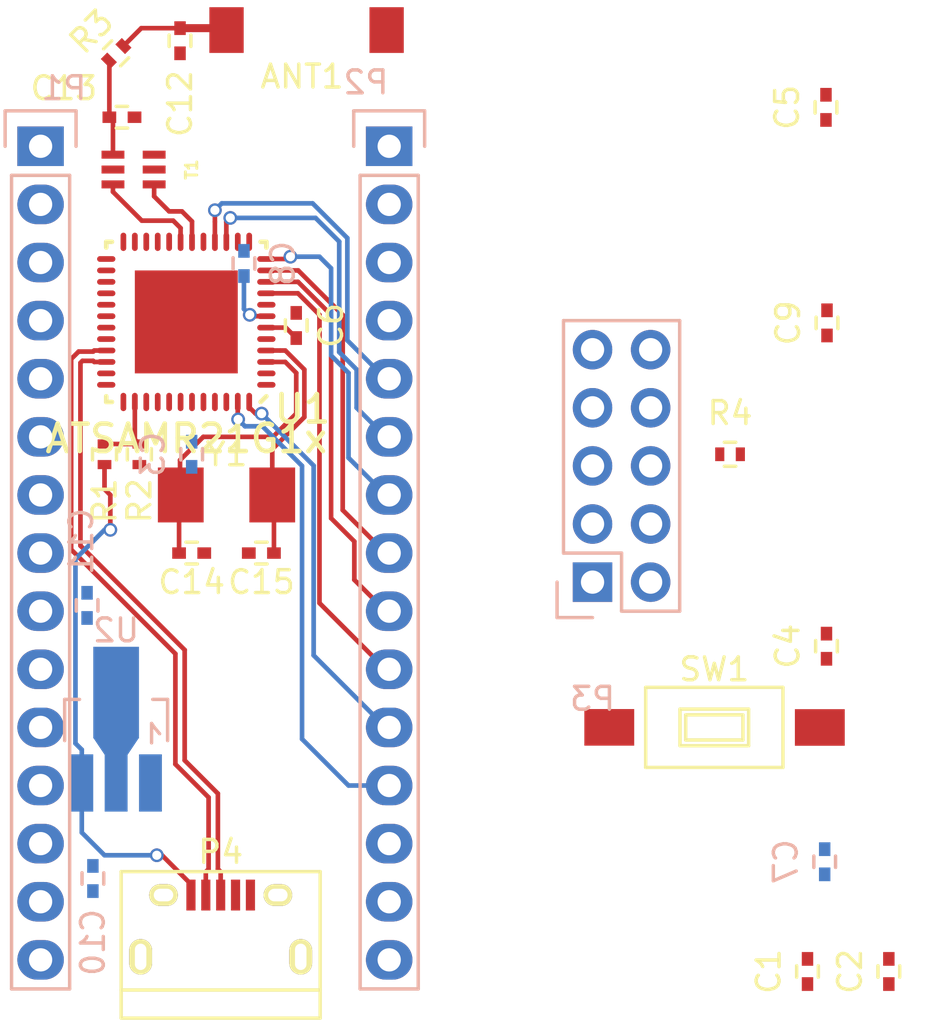
<source format=kicad_pcb>
(kicad_pcb (version 4) (host pcbnew "(2015-06-25 BZR 5822)-product")

  (general
    (links 88)
    (no_connects 62)
    (area 102.984695 75.1226 151.382353 122.337401)
    (thickness 1.6)
    (drawings 0)
    (tracks 158)
    (zones 0)
    (modules 29)
    (nets 60)
  )

  (page A4)
  (layers
    (0 F.Cu mixed)
    (1 In1.Cu power)
    (2 In2.Cu mixed)
    (31 B.Cu mixed)
    (33 F.Adhes user)
    (35 F.Paste user)
    (37 F.SilkS user)
    (39 F.Mask user)
    (40 Dwgs.User user)
    (41 Cmts.User user)
    (42 Eco1.User user)
    (43 Eco2.User user)
    (44 Edge.Cuts user)
    (45 Margin user)
    (47 F.CrtYd user)
    (49 F.Fab user)
  )

  (setup
    (last_trace_width 0.203)
    (trace_clearance 0.1524)
    (zone_clearance 0.203)
    (zone_45_only no)
    (trace_min 0.2)
    (segment_width 0.2)
    (edge_width 0.1)
    (via_size 0.6)
    (via_drill 0.4)
    (via_min_size 0.4)
    (via_min_drill 0.3)
    (uvia_size 0.3)
    (uvia_drill 0.1)
    (uvias_allowed no)
    (uvia_min_size 0.2)
    (uvia_min_drill 0.1)
    (pcb_text_width 0.3)
    (pcb_text_size 1.5 1.5)
    (mod_edge_width 0.15)
    (mod_text_size 1 1)
    (mod_text_width 0.15)
    (pad_size 1.5 1.5)
    (pad_drill 0.6)
    (pad_to_mask_clearance 0)
    (aux_axis_origin 0 0)
    (visible_elements FFFEFFFF)
    (pcbplotparams
      (layerselection 0x00030_80000001)
      (usegerberextensions false)
      (excludeedgelayer true)
      (linewidth 0.100000)
      (plotframeref false)
      (viasonmask false)
      (mode 1)
      (useauxorigin false)
      (hpglpennumber 1)
      (hpglpenspeed 20)
      (hpglpendiameter 15)
      (hpglpenoverlay 2)
      (psnegative false)
      (psa4output false)
      (plotreference true)
      (plotvalue true)
      (plotinvisibletext false)
      (padsonsilk false)
      (subtractmaskfromsilk false)
      (outputformat 1)
      (mirror false)
      (drillshape 1)
      (scaleselection 1)
      (outputdirectory ""))
  )

  (net 0 "")
  (net 1 VDD)
  (net 2 GND)
  (net 3 VAA)
  (net 4 GNDA)
  (net 5 /MainProcessor/RST)
  (net 6 VCC)
  (net 7 /MainProcessor/SWDIO)
  (net 8 /MainProcessor/SWCLK)
  (net 9 /MainProcessor/PA23)
  (net 10 /Sheet557215E3/D+)
  (net 11 /Sheet557215E3/D-)
  (net 12 /MainProcessor/BD+)
  (net 13 /MainProcessor/BD-)
  (net 14 /MainProcessor/PA22)
  (net 15 GNDREF)
  (net 16 /MainProcessor/PB3)
  (net 17 /MainProcessor/PB2)
  (net 18 /MainProcessor/PA9)
  (net 19 /MainProcessor/PA8)
  (net 20 /MainProcessor/PA7)
  (net 21 /MainProcessor/PA6)
  (net 22 /MainProcessor/PA5)
  (net 23 /MainProcessor/PA4)
  (net 24 "Net-(C13-Pad1)")
  (net 25 "Net-(ANT1-Pad1)")
  (net 26 "Net-(C14-Pad1)")
  (net 27 "Net-(C15-Pad1)")
  (net 28 /TX1)
  (net 29 /RX0)
  (net 30 /D2)
  (net 31 /D3)
  (net 32 /D4)
  (net 33 /D5)
  (net 34 /D6)
  (net 35 /D7)
  (net 36 /D8)
  (net 37 /D9)
  (net 38 /D10)
  (net 39 /D11)
  (net 40 /D12)
  (net 41 /VIN)
  (net 42 /5V)
  (net 43 /REF)
  (net 44 /D13)
  (net 45 "Net-(P3-Pad6)")
  (net 46 "Net-(P3-Pad7)")
  (net 47 "Net-(P3-Pad8)")
  (net 48 /MainProcessor/PA0)
  (net 49 /MainProcessor/PA1)
  (net 50 /MainProcessor/PA12)
  (net 51 /MainProcessor/PA13)
  (net 52 /MainProcessor/PA14)
  (net 53 /MainProcessor/PA15)
  (net 54 /MainProcessor/PA16)
  (net 55 /MainProcessor/PA17)
  (net 56 /MainProcessor/PA18)
  (net 57 /MainProcessor/PA19)
  (net 58 /MainProcessor/PA27)
  (net 59 /MainProcessor/PA28)

  (net_class Default "This is the default net class."
    (clearance 0.1524)
    (trace_width 0.203)
    (via_dia 0.6)
    (via_drill 0.4)
    (uvia_dia 0.3)
    (uvia_drill 0.1)
    (add_net /5V)
    (add_net /D10)
    (add_net /D11)
    (add_net /D12)
    (add_net /D13)
    (add_net /D2)
    (add_net /D3)
    (add_net /D4)
    (add_net /D5)
    (add_net /D6)
    (add_net /D7)
    (add_net /D8)
    (add_net /D9)
    (add_net /MainProcessor/BD+)
    (add_net /MainProcessor/BD-)
    (add_net /MainProcessor/PA0)
    (add_net /MainProcessor/PA1)
    (add_net /MainProcessor/PA12)
    (add_net /MainProcessor/PA13)
    (add_net /MainProcessor/PA14)
    (add_net /MainProcessor/PA15)
    (add_net /MainProcessor/PA16)
    (add_net /MainProcessor/PA17)
    (add_net /MainProcessor/PA18)
    (add_net /MainProcessor/PA19)
    (add_net /MainProcessor/PA22)
    (add_net /MainProcessor/PA23)
    (add_net /MainProcessor/PA27)
    (add_net /MainProcessor/PA28)
    (add_net /MainProcessor/PA4)
    (add_net /MainProcessor/PA5)
    (add_net /MainProcessor/PA6)
    (add_net /MainProcessor/PA7)
    (add_net /MainProcessor/PA8)
    (add_net /MainProcessor/PA9)
    (add_net /MainProcessor/PB2)
    (add_net /MainProcessor/PB3)
    (add_net /MainProcessor/RST)
    (add_net /MainProcessor/SWCLK)
    (add_net /MainProcessor/SWDIO)
    (add_net /REF)
    (add_net /RX0)
    (add_net /Sheet557215E3/D+)
    (add_net /Sheet557215E3/D-)
    (add_net /TX1)
    (add_net /VIN)
    (add_net GND)
    (add_net GNDA)
    (add_net GNDREF)
    (add_net "Net-(C13-Pad1)")
    (add_net "Net-(C14-Pad1)")
    (add_net "Net-(C15-Pad1)")
    (add_net "Net-(P3-Pad6)")
    (add_net "Net-(P3-Pad7)")
    (add_net "Net-(P3-Pad8)")
    (add_net VAA)
    (add_net VCC)
    (add_net VDD)
  )

  (net_class antenna ""
    (clearance 0.1524)
    (trace_width 0.35)
    (via_dia 0.6)
    (via_drill 0.4)
    (uvia_dia 0.3)
    (uvia_drill 0.1)
    (add_net "Net-(ANT1-Pad1)")
  )

  (module Pin_Headers:Pin_Header_Straight_1x15 locked (layer B.Cu) (tedit 5590288C) (tstamp 558A730E)
    (at 125.73 83.82 180)
    (descr "Through hole pin header")
    (tags "pin header")
    (path /557FE7ED)
    (fp_text reference P2 (at 1.016 2.794 180) (layer B.SilkS)
      (effects (font (size 1 1) (thickness 0.15)) (justify mirror))
    )
    (fp_text value Cn2 (at -2.54 2.54 180) (layer B.Fab)
      (effects (font (size 1 1) (thickness 0.15)) (justify mirror))
    )
    (fp_line (start -1.75 1.75) (end -1.75 -37.35) (layer B.CrtYd) (width 0.05))
    (fp_line (start 1.75 1.75) (end 1.75 -37.35) (layer B.CrtYd) (width 0.05))
    (fp_line (start -1.75 1.75) (end 1.75 1.75) (layer B.CrtYd) (width 0.05))
    (fp_line (start -1.75 -37.35) (end 1.75 -37.35) (layer B.CrtYd) (width 0.05))
    (fp_line (start -1.27 -1.27) (end -1.27 -36.83) (layer B.SilkS) (width 0.15))
    (fp_line (start -1.27 -36.83) (end 1.27 -36.83) (layer B.SilkS) (width 0.15))
    (fp_line (start 1.27 -36.83) (end 1.27 -1.27) (layer B.SilkS) (width 0.15))
    (fp_line (start 1.55 1.55) (end 1.55 0) (layer B.SilkS) (width 0.15))
    (fp_line (start 1.27 -1.27) (end -1.27 -1.27) (layer B.SilkS) (width 0.15))
    (fp_line (start -1.55 0) (end -1.55 1.55) (layer B.SilkS) (width 0.15))
    (fp_line (start -1.55 1.55) (end 1.55 1.55) (layer B.SilkS) (width 0.15))
    (pad 1 thru_hole rect (at 0 0 180) (size 2.032 1.7272) (drill 1.016) (layers *.Cu *.Mask)
      (net 41 /VIN))
    (pad 2 thru_hole oval (at 0 -2.54 180) (size 2.032 1.7272) (drill 1.016) (layers *.Cu *.Mask)
      (net 2 GND))
    (pad 3 thru_hole oval (at 0 -5.08 180) (size 2.032 1.7272) (drill 1.016) (layers *.Cu *.Mask)
      (net 5 /MainProcessor/RST))
    (pad 4 thru_hole oval (at 0 -7.62 180) (size 2.032 1.7272) (drill 1.016) (layers *.Cu *.Mask)
      (net 42 /5V))
    (pad 5 thru_hole oval (at 0 -10.16 180) (size 2.032 1.7272) (drill 1.016) (layers *.Cu *.Mask)
      (net 18 /MainProcessor/PA9))
    (pad 6 thru_hole oval (at 0 -12.7 180) (size 2.032 1.7272) (drill 1.016) (layers *.Cu *.Mask)
      (net 19 /MainProcessor/PA8))
    (pad 7 thru_hole oval (at 0 -15.24 180) (size 2.032 1.7272) (drill 1.016) (layers *.Cu *.Mask)
      (net 20 /MainProcessor/PA7))
    (pad 8 thru_hole oval (at 0 -17.78 180) (size 2.032 1.7272) (drill 1.016) (layers *.Cu *.Mask)
      (net 21 /MainProcessor/PA6))
    (pad 9 thru_hole oval (at 0 -20.32 180) (size 2.032 1.7272) (drill 1.016) (layers *.Cu *.Mask)
      (net 22 /MainProcessor/PA5))
    (pad 10 thru_hole oval (at 0 -22.86 180) (size 2.032 1.7272) (drill 1.016) (layers *.Cu *.Mask)
      (net 23 /MainProcessor/PA4))
    (pad 11 thru_hole oval (at 0 -25.4 180) (size 2.032 1.7272) (drill 1.016) (layers *.Cu *.Mask)
      (net 16 /MainProcessor/PB3))
    (pad 12 thru_hole oval (at 0 -27.94 180) (size 2.032 1.7272) (drill 1.016) (layers *.Cu *.Mask)
      (net 17 /MainProcessor/PB2))
    (pad 13 thru_hole oval (at 0 -30.48 180) (size 2.032 1.7272) (drill 1.016) (layers *.Cu *.Mask)
      (net 43 /REF))
    (pad 14 thru_hole oval (at 0 -33.02 180) (size 2.032 1.7272) (drill 1.016) (layers *.Cu *.Mask)
      (net 1 VDD))
    (pad 15 thru_hole oval (at 0 -35.56 180) (size 2.032 1.7272) (drill 1.016) (layers *.Cu *.Mask)
      (net 44 /D13))
    (model Pin_Headers.3dshapes/Pin_Header_Straight_1x15.wrl
      (at (xyz 0 -0.7 0))
      (scale (xyz 1 1 1))
      (rotate (xyz 0 0 90))
    )
  )

  (module Capacitors_SMD:C_0402 (layer F.Cu) (tedit 5415D599) (tstamp 55905233)
    (at 114.046 82.55)
    (descr "Capacitor SMD 0402, reflow soldering, AVX (see smccp.pdf)")
    (tags "capacitor 0402")
    (path /55709F36/559029DB)
    (attr smd)
    (fp_text reference C13 (at -2.54 -1.27) (layer F.SilkS)
      (effects (font (size 1 1) (thickness 0.15)))
    )
    (fp_text value xF (at 0 1.7) (layer F.Fab)
      (effects (font (size 1 1) (thickness 0.15)))
    )
    (fp_line (start -1.15 -0.6) (end 1.15 -0.6) (layer F.CrtYd) (width 0.05))
    (fp_line (start -1.15 0.6) (end 1.15 0.6) (layer F.CrtYd) (width 0.05))
    (fp_line (start -1.15 -0.6) (end -1.15 0.6) (layer F.CrtYd) (width 0.05))
    (fp_line (start 1.15 -0.6) (end 1.15 0.6) (layer F.CrtYd) (width 0.05))
    (fp_line (start 0.25 -0.475) (end -0.25 -0.475) (layer F.SilkS) (width 0.15))
    (fp_line (start -0.25 0.475) (end 0.25 0.475) (layer F.SilkS) (width 0.15))
    (pad 1 smd rect (at -0.55 0) (size 0.6 0.5) (layers F.Cu F.Paste F.Mask)
      (net 24 "Net-(C13-Pad1)"))
    (pad 2 smd rect (at 0.55 0) (size 0.6 0.5) (layers F.Cu F.Paste F.Mask)
      (net 15 GNDREF))
    (model Capacitors_SMD.3dshapes/C_0402.wrl
      (at (xyz 0 0 0))
      (scale (xyz 1 1 1))
      (rotate (xyz 0 0 0))
    )
  )

  (module Capacitors_SMD:C_0402 (layer F.Cu) (tedit 5415D599) (tstamp 5590522E)
    (at 116.586 79.206 270)
    (descr "Capacitor SMD 0402, reflow soldering, AVX (see smccp.pdf)")
    (tags "capacitor 0402")
    (path /55709F36/559027BF)
    (attr smd)
    (fp_text reference C12 (at 2.752 0 270) (layer F.SilkS)
      (effects (font (size 1 1) (thickness 0.15)))
    )
    (fp_text value xF (at 0 1.7 270) (layer F.Fab)
      (effects (font (size 1 1) (thickness 0.15)))
    )
    (fp_line (start -1.15 -0.6) (end 1.15 -0.6) (layer F.CrtYd) (width 0.05))
    (fp_line (start -1.15 0.6) (end 1.15 0.6) (layer F.CrtYd) (width 0.05))
    (fp_line (start -1.15 -0.6) (end -1.15 0.6) (layer F.CrtYd) (width 0.05))
    (fp_line (start 1.15 -0.6) (end 1.15 0.6) (layer F.CrtYd) (width 0.05))
    (fp_line (start 0.25 -0.475) (end -0.25 -0.475) (layer F.SilkS) (width 0.15))
    (fp_line (start -0.25 0.475) (end 0.25 0.475) (layer F.SilkS) (width 0.15))
    (pad 1 smd rect (at -0.55 0 270) (size 0.6 0.5) (layers F.Cu F.Paste F.Mask)
      (net 25 "Net-(ANT1-Pad1)"))
    (pad 2 smd rect (at 0.55 0 270) (size 0.6 0.5) (layers F.Cu F.Paste F.Mask)
      (net 15 GNDREF))
    (model Capacitors_SMD.3dshapes/C_0402.wrl
      (at (xyz 0 0 0))
      (scale (xyz 1 1 1))
      (rotate (xyz 0 0 0))
    )
  )

  (module processing:JBALUN (layer F.Cu) (tedit 558D2FBE) (tstamp 558D2FAC)
    (at 114.554 84.836 90)
    (path /55709F36/5571FEAC)
    (fp_text reference T1 (at 0 2.54 90) (layer F.SilkS)
      (effects (font (size 0.5 0.5) (thickness 0.125)))
    )
    (fp_text value 2450BM15A0015 (at 0 -5.08 90) (layer F.Fab) hide
      (effects (font (size 1 1) (thickness 0.15)))
    )
    (pad 6 smd rect (at 0.65 0.9 90) (size 0.35 1) (layers F.Cu F.Paste F.Mask)
      (net 15 GNDREF))
    (pad 5 smd rect (at 0 0.9 90) (size 0.35 1) (layers F.Cu F.Paste F.Mask)
      (net 15 GNDREF))
    (pad 4 smd rect (at -0.65 0.9 90) (size 0.35 1) (layers F.Cu F.Paste F.Mask)
      (net 12 /MainProcessor/BD+))
    (pad 3 smd rect (at -0.65 -0.9 90) (size 0.35 1) (layers F.Cu F.Paste F.Mask)
      (net 13 /MainProcessor/BD-))
    (pad 2 smd rect (at 0 -0.9 90) (size 0.35 1) (layers F.Cu F.Paste F.Mask)
      (net 15 GNDREF))
    (pad 1 smd rect (at 0.65 -0.9 90) (size 0.35 1) (layers F.Cu F.Paste F.Mask)
      (net 24 "Net-(C13-Pad1)"))
  )

  (module Connect:USB_Micro-B (layer F.Cu) (tedit 55901899) (tstamp 558B625E)
    (at 118.364 118.11)
    (descr "Micro USB Type B Receptacle")
    (tags "USB USB_B USB_micro USB_OTG")
    (path /557215E4/55734C2E)
    (attr smd)
    (fp_text reference P4 (at 0 -3.45) (layer F.SilkS)
      (effects (font (size 1 1) (thickness 0.15)))
    )
    (fp_text value USB_B (at 3.302 -3.556) (layer F.Fab)
      (effects (font (size 1 1) (thickness 0.15)))
    )
    (fp_line (start -4.6 -2.8) (end 4.6 -2.8) (layer F.CrtYd) (width 0.05))
    (fp_line (start 4.6 -2.8) (end 4.6 4.05) (layer F.CrtYd) (width 0.05))
    (fp_line (start 4.6 4.05) (end -4.6 4.05) (layer F.CrtYd) (width 0.05))
    (fp_line (start -4.6 4.05) (end -4.6 -2.8) (layer F.CrtYd) (width 0.05))
    (fp_line (start -4.3509 3.81746) (end 4.3491 3.81746) (layer F.SilkS) (width 0.15))
    (fp_line (start -4.3509 -2.58754) (end 4.3491 -2.58754) (layer F.SilkS) (width 0.15))
    (fp_line (start 4.3491 -2.58754) (end 4.3491 3.81746) (layer F.SilkS) (width 0.15))
    (fp_line (start 4.3491 2.58746) (end -4.3509 2.58746) (layer F.SilkS) (width 0.15))
    (fp_line (start -4.3509 3.81746) (end -4.3509 -2.58754) (layer F.SilkS) (width 0.15))
    (pad 1 smd rect (at -1.3009 -1.56254 90) (size 1.35 0.4) (layers F.Cu F.Paste F.Mask)
      (net 6 VCC))
    (pad 2 smd rect (at -0.6509 -1.56254 90) (size 1.35 0.4) (layers F.Cu F.Paste F.Mask)
      (net 10 /Sheet557215E3/D+))
    (pad 3 smd rect (at -0.0009 -1.56254 90) (size 1.35 0.4) (layers F.Cu F.Paste F.Mask)
      (net 11 /Sheet557215E3/D-))
    (pad 4 smd rect (at 0.6491 -1.56254 90) (size 1.35 0.4) (layers F.Cu F.Paste F.Mask)
      (net 2 GND))
    (pad 5 smd rect (at 1.2991 -1.56254 90) (size 1.35 0.4) (layers F.Cu F.Paste F.Mask)
      (net 2 GND))
    (pad 6 thru_hole oval (at -2.5009 -1.56254 90) (size 0.95 1.25) (drill oval 0.55 0.85) (layers *.Cu *.Mask F.SilkS))
    (pad 6 thru_hole oval (at 2.4991 -1.56254 90) (size 0.95 1.25) (drill oval 0.55 0.85) (layers *.Cu *.Mask F.SilkS))
    (pad 6 thru_hole oval (at -3.5009 1.13746 90) (size 1.55 1) (drill oval 1.15 0.5) (layers *.Cu *.Mask F.SilkS))
    (pad 6 thru_hole oval (at 3.4991 1.13746 90) (size 1.55 1) (drill oval 1.15 0.5) (layers *.Cu *.Mask F.SilkS))
  )

  (module Housings_SOT-89:SOT89-3_Housing_Handsoldering (layer B.Cu) (tedit 0) (tstamp 558FF386)
    (at 113.792 109.2962 180)
    (descr "SOT89-3, Housing, Handsoldering,")
    (tags "SOT89-3, Housing, Handsoldering,")
    (path /55722354/558FF898)
    (attr smd)
    (fp_text reference U2 (at 0 4.318 180) (layer B.SilkS)
      (effects (font (size 1 1) (thickness 0.15)) (justify mirror))
    )
    (fp_text value AZ1117C (at 2.032 2.2987 450) (layer B.Fab)
      (effects (font (size 1 1) (thickness 0.15)) (justify mirror))
    )
    (fp_line (start -1.89992 -0.20066) (end -1.651 0.09906) (layer B.SilkS) (width 0.15))
    (fp_line (start -1.651 0.09906) (end -1.5494 0.24892) (layer B.SilkS) (width 0.15))
    (fp_line (start -1.5494 0.24892) (end -1.5494 -0.59944) (layer B.SilkS) (width 0.15))
    (fp_line (start -2.25044 1.30048) (end -2.25044 -0.50038) (layer B.SilkS) (width 0.15))
    (fp_line (start -2.25044 1.30048) (end -1.6002 1.30048) (layer B.SilkS) (width 0.15))
    (fp_line (start 2.25044 1.30048) (end 2.25044 -0.50038) (layer B.SilkS) (width 0.15))
    (fp_line (start 2.25044 1.30048) (end 1.6002 1.30048) (layer B.SilkS) (width 0.15))
    (pad 1 smd rect (at -1.50114 -2.35204 180) (size 1.00076 2.5019) (layers B.Cu)
      (net 2 GND))
    (pad 2 smd rect (at 0 -2.35204 180) (size 1.00076 2.5019) (layers B.Cu)
      (net 1 VDD))
    (pad 3 smd rect (at 1.50114 -2.35204 180) (size 1.00076 2.5019) (layers B.Cu)
      (net 6 VCC))
    (pad 2 smd rect (at 0 1.6002 180) (size 1.99898 4.0005) (layers B.Cu)
      (net 1 VDD))
    (pad 2 smd trapezoid (at 0 -0.7493) (size 1.50114 0.7493) (rect_delta 0 -0.50038 ) (layers B.Cu)
      (net 1 VDD))
    (model Housings_SOT-89.3dshapes/SOT89-3_Housing_Handsoldering.wrl
      (at (xyz 0 0 0))
      (scale (xyz 0.3937 0.3937 0.3937))
      (rotate (xyz 0 0 0))
    )
  )

  (module Pin_Headers:Pin_Header_Straight_1x15 locked (layer B.Cu) (tedit 55902891) (tstamp 558A72F0)
    (at 110.49 83.82 180)
    (descr "Through hole pin header")
    (tags "pin header")
    (path /557FE89D)
    (fp_text reference P1 (at -1.016 2.54 180) (layer B.SilkS)
      (effects (font (size 1 1) (thickness 0.15)) (justify mirror))
    )
    (fp_text value Cn1 (at 0 3.1 180) (layer B.Fab)
      (effects (font (size 1 1) (thickness 0.15)) (justify mirror))
    )
    (fp_line (start -1.75 1.75) (end -1.75 -37.35) (layer B.CrtYd) (width 0.05))
    (fp_line (start 1.75 1.75) (end 1.75 -37.35) (layer B.CrtYd) (width 0.05))
    (fp_line (start -1.75 1.75) (end 1.75 1.75) (layer B.CrtYd) (width 0.05))
    (fp_line (start -1.75 -37.35) (end 1.75 -37.35) (layer B.CrtYd) (width 0.05))
    (fp_line (start -1.27 -1.27) (end -1.27 -36.83) (layer B.SilkS) (width 0.15))
    (fp_line (start -1.27 -36.83) (end 1.27 -36.83) (layer B.SilkS) (width 0.15))
    (fp_line (start 1.27 -36.83) (end 1.27 -1.27) (layer B.SilkS) (width 0.15))
    (fp_line (start 1.55 1.55) (end 1.55 0) (layer B.SilkS) (width 0.15))
    (fp_line (start 1.27 -1.27) (end -1.27 -1.27) (layer B.SilkS) (width 0.15))
    (fp_line (start -1.55 0) (end -1.55 1.55) (layer B.SilkS) (width 0.15))
    (fp_line (start -1.55 1.55) (end 1.55 1.55) (layer B.SilkS) (width 0.15))
    (pad 1 thru_hole rect (at 0 0 180) (size 2.032 1.7272) (drill 1.016) (layers *.Cu *.Mask)
      (net 28 /TX1))
    (pad 2 thru_hole oval (at 0 -2.54 180) (size 2.032 1.7272) (drill 1.016) (layers *.Cu *.Mask)
      (net 29 /RX0))
    (pad 3 thru_hole oval (at 0 -5.08 180) (size 2.032 1.7272) (drill 1.016) (layers *.Cu *.Mask)
      (net 5 /MainProcessor/RST))
    (pad 4 thru_hole oval (at 0 -7.62 180) (size 2.032 1.7272) (drill 1.016) (layers *.Cu *.Mask)
      (net 2 GND))
    (pad 5 thru_hole oval (at 0 -10.16 180) (size 2.032 1.7272) (drill 1.016) (layers *.Cu *.Mask)
      (net 30 /D2))
    (pad 6 thru_hole oval (at 0 -12.7 180) (size 2.032 1.7272) (drill 1.016) (layers *.Cu *.Mask)
      (net 31 /D3))
    (pad 7 thru_hole oval (at 0 -15.24 180) (size 2.032 1.7272) (drill 1.016) (layers *.Cu *.Mask)
      (net 32 /D4))
    (pad 8 thru_hole oval (at 0 -17.78 180) (size 2.032 1.7272) (drill 1.016) (layers *.Cu *.Mask)
      (net 33 /D5))
    (pad 9 thru_hole oval (at 0 -20.32 180) (size 2.032 1.7272) (drill 1.016) (layers *.Cu *.Mask)
      (net 34 /D6))
    (pad 10 thru_hole oval (at 0 -22.86 180) (size 2.032 1.7272) (drill 1.016) (layers *.Cu *.Mask)
      (net 35 /D7))
    (pad 11 thru_hole oval (at 0 -25.4 180) (size 2.032 1.7272) (drill 1.016) (layers *.Cu *.Mask)
      (net 36 /D8))
    (pad 12 thru_hole oval (at 0 -27.94 180) (size 2.032 1.7272) (drill 1.016) (layers *.Cu *.Mask)
      (net 37 /D9))
    (pad 13 thru_hole oval (at 0 -30.48 180) (size 2.032 1.7272) (drill 1.016) (layers *.Cu *.Mask)
      (net 38 /D10))
    (pad 14 thru_hole oval (at 0 -33.02 180) (size 2.032 1.7272) (drill 1.016) (layers *.Cu *.Mask)
      (net 39 /D11))
    (pad 15 thru_hole oval (at 0 -35.56 180) (size 2.032 1.7272) (drill 1.016) (layers *.Cu *.Mask)
      (net 40 /D12))
    (model Pin_Headers.3dshapes/Pin_Header_Straight_1x15.wrl
      (at (xyz 0 -0.7 0))
      (scale (xyz 1 1 1))
      (rotate (xyz 0 0 90))
    )
  )

  (module Pin_Headers:Pin_Header_Straight_2x05 (layer B.Cu) (tedit 0) (tstamp 558A7328)
    (at 134.62 102.87)
    (descr "Through hole pin header")
    (tags "pin header")
    (path /55709F36/5571F4C6)
    (fp_text reference P3 (at 0 5.1) (layer B.SilkS)
      (effects (font (size 1 1) (thickness 0.15)) (justify mirror))
    )
    (fp_text value CONN_02X05 (at 0 3.1) (layer B.Fab)
      (effects (font (size 1 1) (thickness 0.15)) (justify mirror))
    )
    (fp_line (start -1.75 1.75) (end -1.75 -11.95) (layer B.CrtYd) (width 0.05))
    (fp_line (start 4.3 1.75) (end 4.3 -11.95) (layer B.CrtYd) (width 0.05))
    (fp_line (start -1.75 1.75) (end 4.3 1.75) (layer B.CrtYd) (width 0.05))
    (fp_line (start -1.75 -11.95) (end 4.3 -11.95) (layer B.CrtYd) (width 0.05))
    (fp_line (start 3.81 1.27) (end 3.81 -11.43) (layer B.SilkS) (width 0.15))
    (fp_line (start 3.81 -11.43) (end -1.27 -11.43) (layer B.SilkS) (width 0.15))
    (fp_line (start -1.27 -11.43) (end -1.27 -1.27) (layer B.SilkS) (width 0.15))
    (fp_line (start 3.81 1.27) (end 1.27 1.27) (layer B.SilkS) (width 0.15))
    (fp_line (start 0 1.55) (end -1.55 1.55) (layer B.SilkS) (width 0.15))
    (fp_line (start 1.27 1.27) (end 1.27 -1.27) (layer B.SilkS) (width 0.15))
    (fp_line (start 1.27 -1.27) (end -1.27 -1.27) (layer B.SilkS) (width 0.15))
    (fp_line (start -1.55 1.55) (end -1.55 0) (layer B.SilkS) (width 0.15))
    (pad 1 thru_hole rect (at 0 0) (size 1.7272 1.7272) (drill 1.016) (layers *.Cu *.Mask)
      (net 1 VDD))
    (pad 2 thru_hole oval (at 2.54 0) (size 1.7272 1.7272) (drill 1.016) (layers *.Cu *.Mask)
      (net 7 /MainProcessor/SWDIO))
    (pad 3 thru_hole oval (at 0 -2.54) (size 1.7272 1.7272) (drill 1.016) (layers *.Cu *.Mask)
      (net 2 GND))
    (pad 4 thru_hole oval (at 2.54 -2.54) (size 1.7272 1.7272) (drill 1.016) (layers *.Cu *.Mask)
      (net 8 /MainProcessor/SWCLK))
    (pad 5 thru_hole oval (at 0 -5.08) (size 1.7272 1.7272) (drill 1.016) (layers *.Cu *.Mask)
      (net 2 GND))
    (pad 6 thru_hole oval (at 2.54 -5.08) (size 1.7272 1.7272) (drill 1.016) (layers *.Cu *.Mask)
      (net 45 "Net-(P3-Pad6)"))
    (pad 7 thru_hole oval (at 0 -7.62) (size 1.7272 1.7272) (drill 1.016) (layers *.Cu *.Mask)
      (net 46 "Net-(P3-Pad7)"))
    (pad 8 thru_hole oval (at 2.54 -7.62) (size 1.7272 1.7272) (drill 1.016) (layers *.Cu *.Mask)
      (net 47 "Net-(P3-Pad8)"))
    (pad 9 thru_hole oval (at 0 -10.16) (size 1.7272 1.7272) (drill 1.016) (layers *.Cu *.Mask)
      (net 2 GND))
    (pad 10 thru_hole oval (at 2.54 -10.16) (size 1.7272 1.7272) (drill 1.016) (layers *.Cu *.Mask)
      (net 5 /MainProcessor/RST))
    (model Pin_Headers.3dshapes/Pin_Header_Straight_2x05.wrl
      (at (xyz 0.05 -0.2 0))
      (scale (xyz 1 1 1))
      (rotate (xyz 0 0 90))
    )
  )

  (module processing:QFN48EP (layer F.Cu) (tedit 558D3704) (tstamp 558B629A)
    (at 116.86 91.496 180)
    (path /55709F36/55721320)
    (clearance 0.05)
    (fp_text reference U1 (at -5.08 -3.81 180) (layer F.SilkS)
      (effects (font (size 1.2 1.2) (thickness 0.2)))
    )
    (fp_text value ATSAMR21G1x (at 0 -5.1 180) (layer F.SilkS)
      (effects (font (size 1.2 1.2) (thickness 0.2)))
    )
    (fp_line (start -3.5 -3.25) (end -3.25 -3.5) (layer F.SilkS) (width 0.2))
    (fp_line (start 3.25 -3.5) (end 3.5 -3.5) (layer F.SilkS) (width 0.2))
    (fp_line (start 3.5 -3.5) (end 3.5 -3.25) (layer F.SilkS) (width 0.2))
    (fp_line (start -3.25 3.5) (end -3.5 3.5) (layer F.SilkS) (width 0.2))
    (fp_line (start -3.5 3.5) (end -3.5 3.25) (layer F.SilkS) (width 0.2))
    (fp_line (start 3.25 3.5) (end 3.5 3.5) (layer F.SilkS) (width 0.2))
    (fp_line (start 3.5 3.5) (end 3.5 3.25) (layer F.SilkS) (width 0.2))
    (pad 1 smd oval (at -3.5 -2.75 180) (size 0.8 0.25) (layers F.Cu F.Paste F.Mask)
      (net 48 /MainProcessor/PA0))
    (pad 2 smd oval (at -3.5 -2.25 180) (size 0.8 0.25) (layers F.Cu F.Paste F.Mask)
      (net 49 /MainProcessor/PA1))
    (pad 3 smd oval (at -3.5 -1.75 180) (size 0.8 0.25) (layers F.Cu F.Paste F.Mask)
      (net 26 "Net-(C14-Pad1)"))
    (pad 4 smd oval (at -3.5 -1.25 180) (size 0.8 0.25) (layers F.Cu F.Paste F.Mask)
      (net 27 "Net-(C15-Pad1)"))
    (pad 5 smd oval (at -3.5 -0.75 180) (size 0.8 0.25) (layers F.Cu F.Paste F.Mask)
      (net 4 GNDA))
    (pad 6 smd oval (at -3.5 -0.25 180) (size 0.8 0.25) (layers F.Cu F.Paste F.Mask)
      (net 3 VAA))
    (pad 7 smd oval (at -3.5 0.25 180) (size 0.8 0.25) (layers F.Cu F.Paste F.Mask)
      (net 3 VAA))
    (pad 8 smd oval (at -3.5 0.75 180) (size 0.8 0.25) (layers F.Cu F.Paste F.Mask)
      (net 4 GNDA))
    (pad 9 smd oval (at -3.5 1.25 180) (size 0.8 0.25) (layers F.Cu F.Paste F.Mask)
      (net 23 /MainProcessor/PA4))
    (pad 10 smd oval (at -3.5 1.75 180) (size 0.8 0.25) (layers F.Cu F.Paste F.Mask)
      (net 22 /MainProcessor/PA5))
    (pad 11 smd oval (at -3.5 2.25 180) (size 0.8 0.25) (layers F.Cu F.Paste F.Mask)
      (net 21 /MainProcessor/PA6))
    (pad 12 smd oval (at -3.5 2.75 180) (size 0.8 0.25) (layers F.Cu F.Paste F.Mask)
      (net 20 /MainProcessor/PA7))
    (pad 13 smd oval (at -2.75 3.5 180) (size 0.25 0.8) (layers F.Cu F.Paste F.Mask)
      (net 1 VDD))
    (pad 14 smd oval (at -2.25 3.5 180) (size 0.25 0.8) (layers F.Cu F.Paste F.Mask)
      (net 2 GND))
    (pad 15 smd oval (at -1.75 3.5 180) (size 0.25 0.8) (layers F.Cu F.Paste F.Mask)
      (net 19 /MainProcessor/PA8))
    (pad 16 smd oval (at -1.25 3.5 180) (size 0.25 0.8) (layers F.Cu F.Paste F.Mask)
      (net 18 /MainProcessor/PA9))
    (pad 17 smd oval (at -0.75 3.5 180) (size 0.25 0.8) (layers F.Cu F.Paste F.Mask)
      (net 4 GNDA))
    (pad 18 smd oval (at -0.25 3.5 180) (size 0.25 0.8) (layers F.Cu F.Paste F.Mask)
      (net 12 /MainProcessor/BD+))
    (pad 19 smd oval (at 0.25 3.5 180) (size 0.25 0.8) (layers F.Cu F.Paste F.Mask)
      (net 13 /MainProcessor/BD-))
    (pad 20 smd oval (at 0.75 3.5 180) (size 0.25 0.8) (layers F.Cu F.Paste F.Mask)
      (net 4 GNDA))
    (pad 21 smd oval (at 1.25 3.5 180) (size 0.25 0.8) (layers F.Cu F.Paste F.Mask)
      (net 50 /MainProcessor/PA12))
    (pad 22 smd oval (at 1.75 3.5 180) (size 0.25 0.8) (layers F.Cu F.Paste F.Mask)
      (net 51 /MainProcessor/PA13))
    (pad 23 smd oval (at 2.25 3.5 180) (size 0.25 0.8) (layers F.Cu F.Paste F.Mask)
      (net 52 /MainProcessor/PA14))
    (pad 24 smd oval (at 2.75 3.5 180) (size 0.25 0.8) (layers F.Cu F.Paste F.Mask)
      (net 53 /MainProcessor/PA15))
    (pad 25 smd oval (at 3.5 2.75 180) (size 0.8 0.25) (layers F.Cu F.Paste F.Mask)
      (net 54 /MainProcessor/PA16))
    (pad 26 smd oval (at 3.5 2.25 180) (size 0.8 0.25) (layers F.Cu F.Paste F.Mask)
      (net 55 /MainProcessor/PA17))
    (pad 27 smd oval (at 3.5 1.75 180) (size 0.8 0.25) (layers F.Cu F.Paste F.Mask)
      (net 56 /MainProcessor/PA18))
    (pad 28 smd oval (at 3.5 1.25 180) (size 0.8 0.25) (layers F.Cu F.Paste F.Mask)
      (net 57 /MainProcessor/PA19))
    (pad 29 smd oval (at 3.5 0.75 180) (size 0.8 0.25) (layers F.Cu F.Paste F.Mask)
      (net 2 GND))
    (pad 30 smd oval (at 3.5 0.25 180) (size 0.8 0.25) (layers F.Cu F.Paste F.Mask)
      (net 1 VDD))
    (pad 31 smd oval (at 3.5 -0.25 180) (size 0.8 0.25) (layers F.Cu F.Paste F.Mask)
      (net 14 /MainProcessor/PA22))
    (pad 32 smd oval (at 3.5 -0.75 180) (size 0.8 0.25) (layers F.Cu F.Paste F.Mask)
      (net 9 /MainProcessor/PA23))
    (pad 33 smd oval (at 3.5 -1.25 180) (size 0.8 0.25) (layers F.Cu F.Paste F.Mask)
      (net 10 /Sheet557215E3/D+))
    (pad 34 smd oval (at 3.5 -1.75 180) (size 0.8 0.25) (layers F.Cu F.Paste F.Mask)
      (net 11 /Sheet557215E3/D-))
    (pad 35 smd oval (at 3.5 -2.25 180) (size 0.8 0.25) (layers F.Cu F.Paste F.Mask)
      (net 2 GND))
    (pad 36 smd oval (at 3.5 -2.75 180) (size 0.8 0.25) (layers F.Cu F.Paste F.Mask)
      (net 1 VDD))
    (pad 37 smd oval (at 2.75 -3.5 180) (size 0.25 0.8) (layers F.Cu F.Paste F.Mask)
      (net 14 /MainProcessor/PA22))
    (pad 38 smd oval (at 2.25 -3.5 180) (size 0.25 0.8) (layers F.Cu F.Paste F.Mask)
      (net 9 /MainProcessor/PA23))
    (pad 39 smd oval (at 1.75 -3.5 180) (size 0.25 0.8) (layers F.Cu F.Paste F.Mask)
      (net 58 /MainProcessor/PA27))
    (pad 40 smd oval (at 1.25 -3.5 180) (size 0.25 0.8) (layers F.Cu F.Paste F.Mask)
      (net 5 /MainProcessor/RST))
    (pad 41 smd oval (at 0.75 -3.5 180) (size 0.25 0.8) (layers F.Cu F.Paste F.Mask)
      (net 59 /MainProcessor/PA28))
    (pad 42 smd oval (at 0.25 -3.5 180) (size 0.25 0.8) (layers F.Cu F.Paste F.Mask)
      (net 2 GND))
    (pad 43 smd oval (at -0.25 -3.5 180) (size 0.25 0.8) (layers F.Cu F.Paste F.Mask)
      (net 1 VDD))
    (pad 44 smd oval (at -0.75 -3.5 180) (size 0.25 0.8) (layers F.Cu F.Paste F.Mask)
      (net 1 VDD))
    (pad 45 smd oval (at -1.25 -3.5 180) (size 0.25 0.8) (layers F.Cu F.Paste F.Mask)
      (net 8 /MainProcessor/SWCLK))
    (pad 46 smd oval (at -1.75 -3.5 180) (size 0.25 0.8) (layers F.Cu F.Paste F.Mask)
      (net 7 /MainProcessor/SWDIO))
    (pad 47 smd oval (at -2.25 -3.5 180) (size 0.25 0.8) (layers F.Cu F.Paste F.Mask)
      (net 17 /MainProcessor/PB2))
    (pad 48 smd oval (at -2.75 -3.5 180) (size 0.25 0.8) (layers F.Cu F.Paste F.Mask)
      (net 16 /MainProcessor/PB3))
    (pad "" smd rect (at 0 0 180) (size 4.5 4.5) (layers F.Cu F.Paste F.Mask))
  )

  (module Buttons_Switches_SMD:SW_SPST_FSMSM (layer F.Cu) (tedit 555C8B1B) (tstamp 558FF37D)
    (at 139.954 109.22 180)
    (descr http://www.te.com/commerce/DocumentDelivery/DDEController?Action=srchrtrv&DocNm=1437566-3&DocType=Customer+Drawing&DocLang=English)
    (tags "SPST button tactile switch")
    (path /55709F36/5561D465)
    (attr smd)
    (fp_text reference SW1 (at 0.01011 2.54 180) (layer F.SilkS)
      (effects (font (size 1 1) (thickness 0.15)))
    )
    (fp_text value SW_PUSH (at 0.01011 -0.00022 180) (layer F.Fab)
      (effects (font (size 1 1) (thickness 0.15)))
    )
    (fp_line (start -1.23989 -0.55022) (end 1.26011 -0.55022) (layer F.SilkS) (width 0.15))
    (fp_line (start 1.26011 -0.55022) (end 1.26011 0.54978) (layer F.SilkS) (width 0.15))
    (fp_line (start 1.26011 0.54978) (end -1.23989 0.54978) (layer F.SilkS) (width 0.15))
    (fp_line (start -1.23989 0.54978) (end -1.23989 -0.55022) (layer F.SilkS) (width 0.15))
    (fp_line (start -1.48989 0.79978) (end 1.51011 0.79978) (layer F.SilkS) (width 0.15))
    (fp_line (start -1.48989 -0.80022) (end 1.51011 -0.80022) (layer F.SilkS) (width 0.15))
    (fp_line (start 1.51011 -0.80022) (end 1.51011 0.79978) (layer F.SilkS) (width 0.15))
    (fp_line (start -1.48989 -0.80022) (end -1.48989 0.79978) (layer F.SilkS) (width 0.15))
    (fp_line (start -5.85 1.95) (end 5.9 1.95) (layer F.CrtYd) (width 0.05))
    (fp_line (start 5.9 -2) (end 5.9 1.95) (layer F.CrtYd) (width 0.05))
    (fp_line (start -2.98989 1.74978) (end 3.01011 1.74978) (layer F.SilkS) (width 0.15))
    (fp_line (start -2.98989 -1.75022) (end 3.01011 -1.75022) (layer F.SilkS) (width 0.15))
    (fp_line (start -2.98989 -1.75022) (end -2.98989 1.74978) (layer F.SilkS) (width 0.15))
    (fp_line (start 3.01011 -1.75022) (end 3.01011 1.74978) (layer F.SilkS) (width 0.15))
    (fp_line (start -5.85 -2) (end -5.85 1.95) (layer F.CrtYd) (width 0.05))
    (fp_line (start -5.85 -2) (end 5.9 -2) (layer F.CrtYd) (width 0.05))
    (pad 1 smd rect (at -4.60243 -0.00232 180) (size 2.18 1.6) (layers F.Cu F.Paste F.Mask)
      (net 2 GND))
    (pad 2 smd rect (at 4.60243 0.00232 180) (size 2.18 1.6) (layers F.Cu F.Paste F.Mask)
      (net 5 /MainProcessor/RST))
  )

  (module processing:CHIPANTENNA2dBi (layer F.Cu) (tedit 55902C07) (tstamp 5591E070)
    (at 118.618 78.74)
    (path /55709F36/559042B3)
    (fp_text reference ANT1 (at 3.302 2.032 180) (layer F.SilkS)
      (effects (font (size 1 1) (thickness 0.15)))
    )
    (fp_text value antenna (at 5.08 -2.54) (layer F.Fab) hide
      (effects (font (size 1 1) (thickness 0.15)))
    )
    (pad 1 smd rect (at 0 0) (size 1.5 2) (layers F.Cu F.Paste F.Mask)
      (net 25 "Net-(ANT1-Pad1)"))
    (pad "" smd rect (at 7 0) (size 1.5 2) (layers F.Cu F.Paste F.Mask))
  )

  (module processing:2SMD (layer F.Cu) (tedit 55902184) (tstamp 5591E095)
    (at 118.618 99.06)
    (path /55709F36/5561D3BF)
    (fp_text reference Y1 (at 0 -1.778) (layer F.SilkS)
      (effects (font (size 1 1) (thickness 0.15)))
    )
    (fp_text value 16MHz (at 0 -2.54) (layer F.Fab) hide
      (effects (font (size 1 1) (thickness 0.15)))
    )
    (pad 1 smd rect (at -2 0) (size 2 2.4) (layers F.Cu F.Paste F.Mask)
      (net 26 "Net-(C14-Pad1)"))
    (pad 2 smd rect (at 2 0) (size 2 2.4) (layers F.Cu F.Paste F.Mask)
      (net 27 "Net-(C15-Pad1)"))
  )

  (module Capacitors_SMD:C_0402 (layer F.Cu) (tedit 5415D599) (tstamp 559051F7)
    (at 144.018 119.888 90)
    (descr "Capacitor SMD 0402, reflow soldering, AVX (see smccp.pdf)")
    (tags "capacitor 0402")
    (path /55709F36/5561CAB6)
    (attr smd)
    (fp_text reference C1 (at 0 -1.7 90) (layer F.SilkS)
      (effects (font (size 1 1) (thickness 0.15)))
    )
    (fp_text value 10uF (at 0 1.7 90) (layer F.Fab)
      (effects (font (size 1 1) (thickness 0.15)))
    )
    (fp_line (start -1.15 -0.6) (end 1.15 -0.6) (layer F.CrtYd) (width 0.05))
    (fp_line (start -1.15 0.6) (end 1.15 0.6) (layer F.CrtYd) (width 0.05))
    (fp_line (start -1.15 -0.6) (end -1.15 0.6) (layer F.CrtYd) (width 0.05))
    (fp_line (start 1.15 -0.6) (end 1.15 0.6) (layer F.CrtYd) (width 0.05))
    (fp_line (start 0.25 -0.475) (end -0.25 -0.475) (layer F.SilkS) (width 0.15))
    (fp_line (start -0.25 0.475) (end 0.25 0.475) (layer F.SilkS) (width 0.15))
    (pad 1 smd rect (at -0.55 0 90) (size 0.6 0.5) (layers F.Cu)
      (net 1 VDD))
    (pad 2 smd rect (at 0.55 0 90) (size 0.6 0.5) (layers F.Cu)
      (net 2 GND))
    (model Capacitors_SMD.3dshapes/C_0402.wrl
      (at (xyz 0 0 0))
      (scale (xyz 1 1 1))
      (rotate (xyz 0 0 0))
    )
  )

  (module Capacitors_SMD:C_0402 (layer F.Cu) (tedit 5415D599) (tstamp 559051FC)
    (at 147.574 119.888 90)
    (descr "Capacitor SMD 0402, reflow soldering, AVX (see smccp.pdf)")
    (tags "capacitor 0402")
    (path /55709F36/55720AF0)
    (attr smd)
    (fp_text reference C2 (at 0 -1.7 90) (layer F.SilkS)
      (effects (font (size 1 1) (thickness 0.15)))
    )
    (fp_text value 100n (at 0 1.7 90) (layer F.Fab)
      (effects (font (size 1 1) (thickness 0.15)))
    )
    (fp_line (start -1.15 -0.6) (end 1.15 -0.6) (layer F.CrtYd) (width 0.05))
    (fp_line (start -1.15 0.6) (end 1.15 0.6) (layer F.CrtYd) (width 0.05))
    (fp_line (start -1.15 -0.6) (end -1.15 0.6) (layer F.CrtYd) (width 0.05))
    (fp_line (start 1.15 -0.6) (end 1.15 0.6) (layer F.CrtYd) (width 0.05))
    (fp_line (start 0.25 -0.475) (end -0.25 -0.475) (layer F.SilkS) (width 0.15))
    (fp_line (start -0.25 0.475) (end 0.25 0.475) (layer F.SilkS) (width 0.15))
    (pad 1 smd rect (at -0.55 0 90) (size 0.6 0.5) (layers F.Cu)
      (net 1 VDD))
    (pad 2 smd rect (at 0.55 0 90) (size 0.6 0.5) (layers F.Cu)
      (net 2 GND))
    (model Capacitors_SMD.3dshapes/C_0402.wrl
      (at (xyz 0 0 0))
      (scale (xyz 1 1 1))
      (rotate (xyz 0 0 0))
    )
  )

  (module Capacitors_SMD:C_0402 (layer B.Cu) (tedit 5415D599) (tstamp 55905201)
    (at 117.094 97.282 270)
    (descr "Capacitor SMD 0402, reflow soldering, AVX (see smccp.pdf)")
    (tags "capacitor 0402")
    (path /55709F36/55720B86)
    (attr smd)
    (fp_text reference C3 (at 0 1.7 270) (layer B.SilkS)
      (effects (font (size 1 1) (thickness 0.15)) (justify mirror))
    )
    (fp_text value 100n (at 0 -1.7 270) (layer B.Fab)
      (effects (font (size 1 1) (thickness 0.15)) (justify mirror))
    )
    (fp_line (start -1.15 0.6) (end 1.15 0.6) (layer B.CrtYd) (width 0.05))
    (fp_line (start -1.15 -0.6) (end 1.15 -0.6) (layer B.CrtYd) (width 0.05))
    (fp_line (start -1.15 0.6) (end -1.15 -0.6) (layer B.CrtYd) (width 0.05))
    (fp_line (start 1.15 0.6) (end 1.15 -0.6) (layer B.CrtYd) (width 0.05))
    (fp_line (start 0.25 0.475) (end -0.25 0.475) (layer B.SilkS) (width 0.15))
    (fp_line (start -0.25 -0.475) (end 0.25 -0.475) (layer B.SilkS) (width 0.15))
    (pad 1 smd rect (at -0.55 0 270) (size 0.6 0.5) (layers B.Cu)
      (net 1 VDD))
    (pad 2 smd rect (at 0.55 0 270) (size 0.6 0.5) (layers B.Cu)
      (net 2 GND))
    (model Capacitors_SMD.3dshapes/C_0402.wrl
      (at (xyz 0 0 0))
      (scale (xyz 1 1 1))
      (rotate (xyz 0 0 0))
    )
  )

  (module Capacitors_SMD:C_0402 (layer F.Cu) (tedit 5415D599) (tstamp 55905206)
    (at 144.848242 105.670946 90)
    (descr "Capacitor SMD 0402, reflow soldering, AVX (see smccp.pdf)")
    (tags "capacitor 0402")
    (path /55709F36/55720BD9)
    (attr smd)
    (fp_text reference C4 (at 0 -1.7 90) (layer F.SilkS)
      (effects (font (size 1 1) (thickness 0.15)))
    )
    (fp_text value 100n (at 0 1.7 90) (layer F.Fab)
      (effects (font (size 1 1) (thickness 0.15)))
    )
    (fp_line (start -1.15 -0.6) (end 1.15 -0.6) (layer F.CrtYd) (width 0.05))
    (fp_line (start -1.15 0.6) (end 1.15 0.6) (layer F.CrtYd) (width 0.05))
    (fp_line (start -1.15 -0.6) (end -1.15 0.6) (layer F.CrtYd) (width 0.05))
    (fp_line (start 1.15 -0.6) (end 1.15 0.6) (layer F.CrtYd) (width 0.05))
    (fp_line (start 0.25 -0.475) (end -0.25 -0.475) (layer F.SilkS) (width 0.15))
    (fp_line (start -0.25 0.475) (end 0.25 0.475) (layer F.SilkS) (width 0.15))
    (pad 1 smd rect (at -0.55 0 90) (size 0.6 0.5) (layers F.Cu)
      (net 1 VDD))
    (pad 2 smd rect (at 0.55 0 90) (size 0.6 0.5) (layers F.Cu)
      (net 2 GND))
    (model Capacitors_SMD.3dshapes/C_0402.wrl
      (at (xyz 0 0 0))
      (scale (xyz 1 1 1))
      (rotate (xyz 0 0 0))
    )
  )

  (module Capacitors_SMD:C_0402 (layer F.Cu) (tedit 5415D599) (tstamp 5590520B)
    (at 144.825744 82.118051 90)
    (descr "Capacitor SMD 0402, reflow soldering, AVX (see smccp.pdf)")
    (tags "capacitor 0402")
    (path /55709F36/55720BDF)
    (attr smd)
    (fp_text reference C5 (at 0 -1.7 90) (layer F.SilkS)
      (effects (font (size 1 1) (thickness 0.15)))
    )
    (fp_text value 100n (at 0 1.7 90) (layer F.Fab)
      (effects (font (size 1 1) (thickness 0.15)))
    )
    (fp_line (start -1.15 -0.6) (end 1.15 -0.6) (layer F.CrtYd) (width 0.05))
    (fp_line (start -1.15 0.6) (end 1.15 0.6) (layer F.CrtYd) (width 0.05))
    (fp_line (start -1.15 -0.6) (end -1.15 0.6) (layer F.CrtYd) (width 0.05))
    (fp_line (start 1.15 -0.6) (end 1.15 0.6) (layer F.CrtYd) (width 0.05))
    (fp_line (start 0.25 -0.475) (end -0.25 -0.475) (layer F.SilkS) (width 0.15))
    (fp_line (start -0.25 0.475) (end 0.25 0.475) (layer F.SilkS) (width 0.15))
    (pad 1 smd rect (at -0.55 0 90) (size 0.6 0.5) (layers F.Cu F.Paste F.Mask)
      (net 1 VDD))
    (pad 2 smd rect (at 0.55 0 90) (size 0.6 0.5) (layers F.Cu F.Paste F.Mask)
      (net 2 GND))
    (model Capacitors_SMD.3dshapes/C_0402.wrl
      (at (xyz 0 0 0))
      (scale (xyz 1 1 1))
      (rotate (xyz 0 0 0))
    )
  )

  (module Capacitors_SMD:C_0402 (layer F.Cu) (tedit 5415D599) (tstamp 55905210)
    (at 121.666 91.652 90)
    (descr "Capacitor SMD 0402, reflow soldering, AVX (see smccp.pdf)")
    (tags "capacitor 0402")
    (path /55709F36/55720C34)
    (attr smd)
    (fp_text reference C6 (at 0 1.524 90) (layer F.SilkS)
      (effects (font (size 1 1) (thickness 0.15)))
    )
    (fp_text value 100n (at 0 1.7 90) (layer F.Fab)
      (effects (font (size 1 1) (thickness 0.15)))
    )
    (fp_line (start -1.15 -0.6) (end 1.15 -0.6) (layer F.CrtYd) (width 0.05))
    (fp_line (start -1.15 0.6) (end 1.15 0.6) (layer F.CrtYd) (width 0.05))
    (fp_line (start -1.15 -0.6) (end -1.15 0.6) (layer F.CrtYd) (width 0.05))
    (fp_line (start 1.15 -0.6) (end 1.15 0.6) (layer F.CrtYd) (width 0.05))
    (fp_line (start 0.25 -0.475) (end -0.25 -0.475) (layer F.SilkS) (width 0.15))
    (fp_line (start -0.25 0.475) (end 0.25 0.475) (layer F.SilkS) (width 0.15))
    (pad 1 smd rect (at -0.55 0 90) (size 0.6 0.5) (layers F.Cu F.Paste F.Mask)
      (net 3 VAA))
    (pad 2 smd rect (at 0.55 0 90) (size 0.6 0.5) (layers F.Cu F.Paste F.Mask)
      (net 4 GNDA))
    (model Capacitors_SMD.3dshapes/C_0402.wrl
      (at (xyz 0 0 0))
      (scale (xyz 1 1 1))
      (rotate (xyz 0 0 0))
    )
  )

  (module Capacitors_SMD:C_0402 (layer B.Cu) (tedit 5415D599) (tstamp 55905215)
    (at 144.769499 115.092104 270)
    (descr "Capacitor SMD 0402, reflow soldering, AVX (see smccp.pdf)")
    (tags "capacitor 0402")
    (path /55709F36/5570B2BC)
    (attr smd)
    (fp_text reference C7 (at 0 1.7 270) (layer B.SilkS)
      (effects (font (size 1 1) (thickness 0.15)) (justify mirror))
    )
    (fp_text value 100n (at 0 -1.7 270) (layer B.Fab)
      (effects (font (size 1 1) (thickness 0.15)) (justify mirror))
    )
    (fp_line (start -1.15 0.6) (end 1.15 0.6) (layer B.CrtYd) (width 0.05))
    (fp_line (start -1.15 -0.6) (end 1.15 -0.6) (layer B.CrtYd) (width 0.05))
    (fp_line (start -1.15 0.6) (end -1.15 -0.6) (layer B.CrtYd) (width 0.05))
    (fp_line (start 1.15 0.6) (end 1.15 -0.6) (layer B.CrtYd) (width 0.05))
    (fp_line (start 0.25 0.475) (end -0.25 0.475) (layer B.SilkS) (width 0.15))
    (fp_line (start -0.25 -0.475) (end 0.25 -0.475) (layer B.SilkS) (width 0.15))
    (pad 1 smd rect (at -0.55 0 270) (size 0.6 0.5) (layers B.Cu)
      (net 5 /MainProcessor/RST))
    (pad 2 smd rect (at 0.55 0 270) (size 0.6 0.5) (layers B.Cu)
      (net 2 GND))
    (model Capacitors_SMD.3dshapes/C_0402.wrl
      (at (xyz 0 0 0))
      (scale (xyz 1 1 1))
      (rotate (xyz 0 0 0))
    )
  )

  (module Capacitors_SMD:C_0402 (layer B.Cu) (tedit 5415D599) (tstamp 5590521A)
    (at 119.38 88.942 90)
    (descr "Capacitor SMD 0402, reflow soldering, AVX (see smccp.pdf)")
    (tags "capacitor 0402")
    (path /55709F36/55720C3A)
    (attr smd)
    (fp_text reference C8 (at 0 1.7 90) (layer B.SilkS)
      (effects (font (size 1 1) (thickness 0.15)) (justify mirror))
    )
    (fp_text value 100n (at 0 -1.7 90) (layer B.Fab)
      (effects (font (size 1 1) (thickness 0.15)) (justify mirror))
    )
    (fp_line (start -1.15 0.6) (end 1.15 0.6) (layer B.CrtYd) (width 0.05))
    (fp_line (start -1.15 -0.6) (end 1.15 -0.6) (layer B.CrtYd) (width 0.05))
    (fp_line (start -1.15 0.6) (end -1.15 -0.6) (layer B.CrtYd) (width 0.05))
    (fp_line (start 1.15 0.6) (end 1.15 -0.6) (layer B.CrtYd) (width 0.05))
    (fp_line (start 0.25 0.475) (end -0.25 0.475) (layer B.SilkS) (width 0.15))
    (fp_line (start -0.25 -0.475) (end 0.25 -0.475) (layer B.SilkS) (width 0.15))
    (pad 1 smd rect (at -0.55 0 90) (size 0.6 0.5) (layers B.Cu)
      (net 3 VAA))
    (pad 2 smd rect (at 0.55 0 90) (size 0.6 0.5) (layers B.Cu)
      (net 4 GNDA))
    (model Capacitors_SMD.3dshapes/C_0402.wrl
      (at (xyz 0 0 0))
      (scale (xyz 1 1 1))
      (rotate (xyz 0 0 0))
    )
  )

  (module Capacitors_SMD:C_0402 (layer F.Cu) (tedit 5415D599) (tstamp 5590521F)
    (at 144.87074 91.539209 90)
    (descr "Capacitor SMD 0402, reflow soldering, AVX (see smccp.pdf)")
    (tags "capacitor 0402")
    (path /55709F36/5561CC0A)
    (attr smd)
    (fp_text reference C9 (at 0 -1.7 90) (layer F.SilkS)
      (effects (font (size 1 1) (thickness 0.15)))
    )
    (fp_text value 10u (at 0 1.7 90) (layer F.Fab)
      (effects (font (size 1 1) (thickness 0.15)))
    )
    (fp_line (start -1.15 -0.6) (end 1.15 -0.6) (layer F.CrtYd) (width 0.05))
    (fp_line (start -1.15 0.6) (end 1.15 0.6) (layer F.CrtYd) (width 0.05))
    (fp_line (start -1.15 -0.6) (end -1.15 0.6) (layer F.CrtYd) (width 0.05))
    (fp_line (start 1.15 -0.6) (end 1.15 0.6) (layer F.CrtYd) (width 0.05))
    (fp_line (start 0.25 -0.475) (end -0.25 -0.475) (layer F.SilkS) (width 0.15))
    (fp_line (start -0.25 0.475) (end 0.25 0.475) (layer F.SilkS) (width 0.15))
    (pad 1 smd rect (at -0.55 0 90) (size 0.6 0.5) (layers F.Cu F.Paste F.Mask)
      (net 3 VAA))
    (pad 2 smd rect (at 0.55 0 90) (size 0.6 0.5) (layers F.Cu F.Paste F.Mask)
      (net 4 GNDA))
    (model Capacitors_SMD.3dshapes/C_0402.wrl
      (at (xyz 0 0 0))
      (scale (xyz 1 1 1))
      (rotate (xyz 0 0 0))
    )
  )

  (module Capacitors_SMD:C_0402 (layer B.Cu) (tedit 559502F6) (tstamp 55905224)
    (at 112.776 115.824 270)
    (descr "Capacitor SMD 0402, reflow soldering, AVX (see smccp.pdf)")
    (tags "capacitor 0402")
    (path /55722354/5572245F)
    (attr smd)
    (fp_text reference C10 (at 2.794 0 270) (layer B.SilkS)
      (effects (font (size 1 1) (thickness 0.15)) (justify mirror))
    )
    (fp_text value 100n (at 0 -1.7 270) (layer B.Fab)
      (effects (font (size 1 1) (thickness 0.15)) (justify mirror))
    )
    (fp_line (start -1.15 0.6) (end 1.15 0.6) (layer B.CrtYd) (width 0.05))
    (fp_line (start -1.15 -0.6) (end 1.15 -0.6) (layer B.CrtYd) (width 0.05))
    (fp_line (start -1.15 0.6) (end -1.15 -0.6) (layer B.CrtYd) (width 0.05))
    (fp_line (start 1.15 0.6) (end 1.15 -0.6) (layer B.CrtYd) (width 0.05))
    (fp_line (start 0.25 0.475) (end -0.25 0.475) (layer B.SilkS) (width 0.15))
    (fp_line (start -0.25 -0.475) (end 0.25 -0.475) (layer B.SilkS) (width 0.15))
    (pad 1 smd rect (at -0.55 0 270) (size 0.6 0.5) (layers B.Cu)
      (net 6 VCC))
    (pad 2 smd rect (at 0.55 0 270) (size 0.6 0.5) (layers B.Cu)
      (net 2 GND))
    (model Capacitors_SMD.3dshapes/C_0402.wrl
      (at (xyz 0 0 0))
      (scale (xyz 1 1 1))
      (rotate (xyz 0 0 0))
    )
  )

  (module Capacitors_SMD:C_0402 (layer B.Cu) (tedit 55950336) (tstamp 55905229)
    (at 112.522 103.886 90)
    (descr "Capacitor SMD 0402, reflow soldering, AVX (see smccp.pdf)")
    (tags "capacitor 0402")
    (path /55722354/557225F2)
    (attr smd)
    (fp_text reference C11 (at 2.794 -0.254 90) (layer B.SilkS)
      (effects (font (size 1 1) (thickness 0.15)) (justify mirror))
    )
    (fp_text value 10u (at 0 -1.7 90) (layer B.Fab)
      (effects (font (size 1 1) (thickness 0.15)) (justify mirror))
    )
    (fp_line (start -1.15 0.6) (end 1.15 0.6) (layer B.CrtYd) (width 0.05))
    (fp_line (start -1.15 -0.6) (end 1.15 -0.6) (layer B.CrtYd) (width 0.05))
    (fp_line (start -1.15 0.6) (end -1.15 -0.6) (layer B.CrtYd) (width 0.05))
    (fp_line (start 1.15 0.6) (end 1.15 -0.6) (layer B.CrtYd) (width 0.05))
    (fp_line (start 0.25 0.475) (end -0.25 0.475) (layer B.SilkS) (width 0.15))
    (fp_line (start -0.25 -0.475) (end 0.25 -0.475) (layer B.SilkS) (width 0.15))
    (pad 1 smd rect (at -0.55 0 90) (size 0.6 0.5) (layers B.Cu)
      (net 1 VDD))
    (pad 2 smd rect (at 0.55 0 90) (size 0.6 0.5) (layers B.Cu)
      (net 2 GND))
    (model Capacitors_SMD.3dshapes/C_0402.wrl
      (at (xyz 0 0 0))
      (scale (xyz 1 1 1))
      (rotate (xyz 0 0 0))
    )
  )

  (module Capacitors_SMD:C_0402 (layer F.Cu) (tedit 559513CA) (tstamp 55905238)
    (at 117.094 101.6)
    (descr "Capacitor SMD 0402, reflow soldering, AVX (see smccp.pdf)")
    (tags "capacitor 0402")
    (path /55709F36/55903DA7)
    (attr smd)
    (fp_text reference C14 (at 0 1.27) (layer F.SilkS)
      (effects (font (size 1 1) (thickness 0.15)))
    )
    (fp_text value 18pF (at 0 1.7) (layer F.Fab)
      (effects (font (size 1 1) (thickness 0.15)))
    )
    (fp_line (start -1.15 -0.6) (end 1.15 -0.6) (layer F.CrtYd) (width 0.05))
    (fp_line (start -1.15 0.6) (end 1.15 0.6) (layer F.CrtYd) (width 0.05))
    (fp_line (start -1.15 -0.6) (end -1.15 0.6) (layer F.CrtYd) (width 0.05))
    (fp_line (start 1.15 -0.6) (end 1.15 0.6) (layer F.CrtYd) (width 0.05))
    (fp_line (start 0.25 -0.475) (end -0.25 -0.475) (layer F.SilkS) (width 0.15))
    (fp_line (start -0.25 0.475) (end 0.25 0.475) (layer F.SilkS) (width 0.15))
    (pad 1 smd rect (at -0.55 0) (size 0.6 0.5) (layers F.Cu F.Paste F.Mask)
      (net 26 "Net-(C14-Pad1)"))
    (pad 2 smd rect (at 0.55 0) (size 0.6 0.5) (layers F.Cu F.Paste F.Mask)
      (net 2 GND))
    (model Capacitors_SMD.3dshapes/C_0402.wrl
      (at (xyz 0 0 0))
      (scale (xyz 1 1 1))
      (rotate (xyz 0 0 0))
    )
  )

  (module Capacitors_SMD:C_0402 (layer F.Cu) (tedit 559513BB) (tstamp 5590523D)
    (at 120.142 101.6 180)
    (descr "Capacitor SMD 0402, reflow soldering, AVX (see smccp.pdf)")
    (tags "capacitor 0402")
    (path /55709F36/55903D3F)
    (attr smd)
    (fp_text reference C15 (at 0 -1.27 180) (layer F.SilkS)
      (effects (font (size 1 1) (thickness 0.15)))
    )
    (fp_text value 18pF (at 0 1.7 180) (layer F.Fab)
      (effects (font (size 1 1) (thickness 0.15)))
    )
    (fp_line (start -1.15 -0.6) (end 1.15 -0.6) (layer F.CrtYd) (width 0.05))
    (fp_line (start -1.15 0.6) (end 1.15 0.6) (layer F.CrtYd) (width 0.05))
    (fp_line (start -1.15 -0.6) (end -1.15 0.6) (layer F.CrtYd) (width 0.05))
    (fp_line (start 1.15 -0.6) (end 1.15 0.6) (layer F.CrtYd) (width 0.05))
    (fp_line (start 0.25 -0.475) (end -0.25 -0.475) (layer F.SilkS) (width 0.15))
    (fp_line (start -0.25 0.475) (end 0.25 0.475) (layer F.SilkS) (width 0.15))
    (pad 1 smd rect (at -0.55 0 180) (size 0.6 0.5) (layers F.Cu F.Paste F.Mask)
      (net 27 "Net-(C15-Pad1)"))
    (pad 2 smd rect (at 0.55 0 180) (size 0.6 0.5) (layers F.Cu F.Paste F.Mask)
      (net 2 GND))
    (model Capacitors_SMD.3dshapes/C_0402.wrl
      (at (xyz 0 0 0))
      (scale (xyz 1 1 1))
      (rotate (xyz 0 0 0))
    )
  )

  (module Resistors_SMD:R_0402 (layer F.Cu) (tedit 5415CBB8) (tstamp 55905242)
    (at 113.284 97.282 90)
    (descr "Resistor SMD 0402, reflow soldering, Vishay (see dcrcw.pdf)")
    (tags "resistor 0402")
    (path /557DBA1C)
    (attr smd)
    (fp_text reference R1 (at -2.032 0 90) (layer F.SilkS)
      (effects (font (size 1 1) (thickness 0.15)))
    )
    (fp_text value 100K (at 0 1.8 90) (layer F.Fab)
      (effects (font (size 1 1) (thickness 0.15)))
    )
    (fp_line (start -0.95 -0.65) (end 0.95 -0.65) (layer F.CrtYd) (width 0.05))
    (fp_line (start -0.95 0.65) (end 0.95 0.65) (layer F.CrtYd) (width 0.05))
    (fp_line (start -0.95 -0.65) (end -0.95 0.65) (layer F.CrtYd) (width 0.05))
    (fp_line (start 0.95 -0.65) (end 0.95 0.65) (layer F.CrtYd) (width 0.05))
    (fp_line (start 0.25 -0.525) (end -0.25 -0.525) (layer F.SilkS) (width 0.15))
    (fp_line (start -0.25 0.525) (end 0.25 0.525) (layer F.SilkS) (width 0.15))
    (pad 1 smd rect (at -0.45 0 90) (size 0.4 0.6) (layers F.Cu F.Paste F.Mask)
      (net 6 VCC))
    (pad 2 smd rect (at 0.45 0 90) (size 0.4 0.6) (layers F.Cu F.Paste F.Mask)
      (net 9 /MainProcessor/PA23))
    (model Resistors_SMD.3dshapes/R_0402.wrl
      (at (xyz 0 0 0))
      (scale (xyz 1 1 1))
      (rotate (xyz 0 0 0))
    )
  )

  (module Resistors_SMD:R_0402 (layer F.Cu) (tedit 5415CBB8) (tstamp 55905247)
    (at 114.808 97.282 270)
    (descr "Resistor SMD 0402, reflow soldering, Vishay (see dcrcw.pdf)")
    (tags "resistor 0402")
    (path /557DC4F8)
    (attr smd)
    (fp_text reference R2 (at 2.032 0 270) (layer F.SilkS)
      (effects (font (size 1 1) (thickness 0.15)))
    )
    (fp_text value 100K (at 0 1.8 270) (layer F.Fab)
      (effects (font (size 1 1) (thickness 0.15)))
    )
    (fp_line (start -0.95 -0.65) (end 0.95 -0.65) (layer F.CrtYd) (width 0.05))
    (fp_line (start -0.95 0.65) (end 0.95 0.65) (layer F.CrtYd) (width 0.05))
    (fp_line (start -0.95 -0.65) (end -0.95 0.65) (layer F.CrtYd) (width 0.05))
    (fp_line (start 0.95 -0.65) (end 0.95 0.65) (layer F.CrtYd) (width 0.05))
    (fp_line (start 0.25 -0.525) (end -0.25 -0.525) (layer F.SilkS) (width 0.15))
    (fp_line (start -0.25 0.525) (end 0.25 0.525) (layer F.SilkS) (width 0.15))
    (pad 1 smd rect (at -0.45 0 270) (size 0.4 0.6) (layers F.Cu F.Paste F.Mask)
      (net 9 /MainProcessor/PA23))
    (pad 2 smd rect (at 0.45 0 270) (size 0.4 0.6) (layers F.Cu F.Paste F.Mask)
      (net 2 GND))
    (model Resistors_SMD.3dshapes/R_0402.wrl
      (at (xyz 0 0 0))
      (scale (xyz 1 1 1))
      (rotate (xyz 0 0 0))
    )
  )

  (module Resistors_SMD:R_0402 (layer F.Cu) (tedit 5415CBB8) (tstamp 5590524C)
    (at 113.792 79.756 45)
    (descr "Resistor SMD 0402, reflow soldering, Vishay (see dcrcw.pdf)")
    (tags "resistor 0402")
    (path /55709F36/55902A35)
    (attr smd)
    (fp_text reference R3 (at -0.09079 -1.436841 225) (layer F.SilkS)
      (effects (font (size 1 1) (thickness 0.15)))
    )
    (fp_text value xR (at 0 1.8 45) (layer F.Fab)
      (effects (font (size 1 1) (thickness 0.15)))
    )
    (fp_line (start -0.95 -0.65) (end 0.95 -0.65) (layer F.CrtYd) (width 0.05))
    (fp_line (start -0.95 0.65) (end 0.95 0.65) (layer F.CrtYd) (width 0.05))
    (fp_line (start -0.95 -0.65) (end -0.95 0.65) (layer F.CrtYd) (width 0.05))
    (fp_line (start 0.95 -0.65) (end 0.95 0.65) (layer F.CrtYd) (width 0.05))
    (fp_line (start 0.25 -0.525) (end -0.25 -0.525) (layer F.SilkS) (width 0.15))
    (fp_line (start -0.25 0.525) (end 0.25 0.525) (layer F.SilkS) (width 0.15))
    (pad 1 smd rect (at -0.45 0 45) (size 0.4 0.6) (layers F.Cu F.Paste F.Mask)
      (net 24 "Net-(C13-Pad1)"))
    (pad 2 smd rect (at 0.45 0 45) (size 0.4 0.6) (layers F.Cu F.Paste F.Mask)
      (net 25 "Net-(ANT1-Pad1)"))
    (model Resistors_SMD.3dshapes/R_0402.wrl
      (at (xyz 0 0 0))
      (scale (xyz 1 1 1))
      (rotate (xyz 0 0 0))
    )
  )

  (module Resistors_SMD:R_0402 (layer F.Cu) (tedit 5415CBB8) (tstamp 55905251)
    (at 140.632 97.282)
    (descr "Resistor SMD 0402, reflow soldering, Vishay (see dcrcw.pdf)")
    (tags "resistor 0402")
    (path /55709F36/559032AD)
    (attr smd)
    (fp_text reference R4 (at 0 -1.8) (layer F.SilkS)
      (effects (font (size 1 1) (thickness 0.15)))
    )
    (fp_text value 10K (at 0 1.8) (layer F.Fab)
      (effects (font (size 1 1) (thickness 0.15)))
    )
    (fp_line (start -0.95 -0.65) (end 0.95 -0.65) (layer F.CrtYd) (width 0.05))
    (fp_line (start -0.95 0.65) (end 0.95 0.65) (layer F.CrtYd) (width 0.05))
    (fp_line (start -0.95 -0.65) (end -0.95 0.65) (layer F.CrtYd) (width 0.05))
    (fp_line (start 0.95 -0.65) (end 0.95 0.65) (layer F.CrtYd) (width 0.05))
    (fp_line (start 0.25 -0.525) (end -0.25 -0.525) (layer F.SilkS) (width 0.15))
    (fp_line (start -0.25 0.525) (end 0.25 0.525) (layer F.SilkS) (width 0.15))
    (pad 1 smd rect (at -0.45 0) (size 0.4 0.6) (layers F.Cu)
      (net 5 /MainProcessor/RST))
    (pad 2 smd rect (at 0.45 0) (size 0.4 0.6) (layers F.Cu)
      (net 1 VDD))
    (model Resistors_SMD.3dshapes/R_0402.wrl
      (at (xyz 0 0 0))
      (scale (xyz 1 1 1))
      (rotate (xyz 0 0 0))
    )
  )

  (segment (start 119.38 90.932) (end 119.38 89.492) (width 0.203) (layer B.Cu) (net 3))
  (segment (start 119.634 91.186) (end 119.38 90.932) (width 0.203) (layer B.Cu) (net 3))
  (segment (start 120.36 91.246) (end 119.694 91.246) (width 0.203) (layer F.Cu) (net 3))
  (segment (start 119.694 91.246) (end 119.634 91.186) (width 0.203) (layer F.Cu) (net 3))
  (via (at 119.634 91.186) (size 0.6) (drill 0.4) (layers F.Cu B.Cu) (net 3))
  (segment (start 121.666 92.202) (end 121.21 91.746) (width 0.203) (layer F.Cu) (net 3))
  (segment (start 121.21 91.746) (end 120.36 91.746) (width 0.203) (layer F.Cu) (net 3))
  (segment (start 113.538 100.584) (end 113.538 99.06) (width 0.203) (layer F.Cu) (net 6))
  (segment (start 113.538 99.06) (end 113.284 98.806) (width 0.203) (layer F.Cu) (net 6))
  (segment (start 113.284 98.806) (end 113.284 97.732) (width 0.203) (layer F.Cu) (net 6))
  (segment (start 113.284 100.584) (end 113.538 100.584) (width 0.203) (layer B.Cu) (net 6))
  (via (at 113.538 100.584) (size 0.6) (drill 0.4) (layers F.Cu B.Cu) (net 6))
  (segment (start 112.014 101.854) (end 113.284 100.584) (width 0.203) (layer B.Cu) (net 6))
  (segment (start 112.014 109.91743) (end 112.014 101.854) (width 0.203) (layer B.Cu) (net 6))
  (segment (start 112.29086 111.64824) (end 112.29086 110.19429) (width 0.203) (layer B.Cu) (net 6))
  (segment (start 112.29086 110.19429) (end 112.014 109.91743) (width 0.203) (layer B.Cu) (net 6))
  (segment (start 113.284 114.808) (end 112.29086 113.81486) (width 0.203) (layer B.Cu) (net 6))
  (segment (start 112.29086 113.81486) (end 112.29086 111.64824) (width 0.203) (layer B.Cu) (net 6))
  (segment (start 115.57 114.808) (end 113.284 114.808) (width 0.203) (layer B.Cu) (net 6))
  (segment (start 117.0631 116.54746) (end 117.0631 116.07246) (width 0.203) (layer F.Cu) (net 6))
  (segment (start 115.79864 114.808) (end 115.57 114.808) (width 0.203) (layer F.Cu) (net 6))
  (segment (start 117.0631 116.07246) (end 115.79864 114.808) (width 0.203) (layer F.Cu) (net 6))
  (via (at 115.57 114.808) (size 0.6) (drill 0.4) (layers F.Cu B.Cu) (net 6))
  (segment (start 113.284 96.832) (end 114.808 96.832) (width 0.203) (layer F.Cu) (net 9))
  (segment (start 114.61 94.996) (end 114.61 96.634) (width 0.203) (layer F.Cu) (net 9))
  (segment (start 114.61 96.634) (end 114.808 96.832) (width 0.203) (layer F.Cu) (net 9))
  (segment (start 111.826146 101.44523) (end 112.124458 101.743542) (width 0.203) (layer F.Cu) (net 10))
  (segment (start 111.826146 93.11877) (end 111.826146 101.44523) (width 0.203) (layer F.Cu) (net 10))
  (segment (start 112.151916 92.793) (end 111.826146 93.11877) (width 0.203) (layer F.Cu) (net 10))
  (segment (start 112.788 92.793) (end 112.151916 92.793) (width 0.203) (layer F.Cu) (net 10))
  (segment (start 113.36 92.746) (end 112.835 92.746) (width 0.203) (layer F.Cu) (net 10))
  (segment (start 112.835 92.746) (end 112.788 92.793) (width 0.203) (layer F.Cu) (net 10))
  (segment (start 116.383 106.002084) (end 112.065 101.684084) (width 0.203) (layer F.Cu) (net 10))
  (segment (start 116.383 110.828084) (end 116.383 106.002084) (width 0.203) (layer F.Cu) (net 10))
  (segment (start 117.8351 112.280184) (end 116.383 110.828084) (width 0.203) (layer F.Cu) (net 10))
  (segment (start 117.7131 116.54746) (end 117.7131 115.53496) (width 0.203) (layer F.Cu) (net 10))
  (segment (start 117.7131 115.53496) (end 117.8351 115.41296) (width 0.203) (layer F.Cu) (net 10))
  (segment (start 117.8351 115.41296) (end 117.8351 112.280184) (width 0.203) (layer F.Cu) (net 10))
  (segment (start 113.36 92.746) (end 113.085 92.746) (width 0.125) (layer F.Cu) (net 10))
  (segment (start 112.232146 101.277062) (end 112.411542 101.456458) (width 0.203) (layer F.Cu) (net 11))
  (segment (start 112.232146 93.286938) (end 112.232146 101.277062) (width 0.203) (layer F.Cu) (net 11))
  (segment (start 112.320084 93.199) (end 112.232146 93.286938) (width 0.203) (layer F.Cu) (net 11))
  (segment (start 112.788 93.199) (end 112.320084 93.199) (width 0.203) (layer F.Cu) (net 11))
  (segment (start 113.36 93.246) (end 112.835 93.246) (width 0.203) (layer F.Cu) (net 11))
  (segment (start 112.835 93.246) (end 112.788 93.199) (width 0.203) (layer F.Cu) (net 11))
  (segment (start 116.789 105.833916) (end 112.471 101.515916) (width 0.203) (layer F.Cu) (net 11))
  (segment (start 116.789 110.659916) (end 116.789 105.833916) (width 0.203) (layer F.Cu) (net 11))
  (segment (start 118.2411 112.112016) (end 116.789 110.659916) (width 0.203) (layer F.Cu) (net 11))
  (segment (start 118.3631 116.54746) (end 118.3631 115.53496) (width 0.203) (layer F.Cu) (net 11))
  (segment (start 118.3631 115.53496) (end 118.2411 115.41296) (width 0.203) (layer F.Cu) (net 11))
  (segment (start 118.2411 115.41296) (end 118.2411 112.112016) (width 0.203) (layer F.Cu) (net 11))
  (segment (start 118.5 116.191895) (end 118.3631 116.328795) (width 0.125) (layer F.Cu) (net 11))
  (segment (start 118.3631 116.328795) (end 118.3631 116.54746) (width 0.125) (layer F.Cu) (net 11))
  (segment (start 113.36 93.246) (end 113.085 93.246) (width 0.125) (layer F.Cu) (net 11))
  (segment (start 117.11 87.104916) (end 117.11 87.996) (width 0.203) (layer F.Cu) (net 12))
  (segment (start 116.670084 86.665) (end 117.11 87.104916) (width 0.203) (layer F.Cu) (net 12))
  (segment (start 116.110534 86.665) (end 116.670084 86.665) (width 0.203) (layer F.Cu) (net 12))
  (segment (start 115.454 86.008466) (end 116.110534 86.665) (width 0.203) (layer F.Cu) (net 12))
  (segment (start 115.454 85.486) (end 115.454 86.008466) (width 0.203) (layer F.Cu) (net 12))
  (segment (start 114.914 87.071) (end 113.654 85.811) (width 0.203) (layer F.Cu) (net 13))
  (segment (start 116.288 87.071) (end 114.914 87.071) (width 0.203) (layer F.Cu) (net 13))
  (segment (start 116.61 87.393) (end 116.288 87.071) (width 0.203) (layer F.Cu) (net 13))
  (segment (start 113.654 85.811) (end 113.654 85.486) (width 0.203) (layer F.Cu) (net 13))
  (segment (start 116.61 87.996) (end 116.61 87.393) (width 0.203) (layer F.Cu) (net 13))
  (segment (start 125.73 109.22) (end 125.5776 109.22) (width 0.203) (layer B.Cu) (net 16))
  (segment (start 125.5776 109.22) (end 122.428 106.0704) (width 0.203) (layer B.Cu) (net 16))
  (segment (start 122.428 106.0704) (end 122.428 97.778948) (width 0.203) (layer B.Cu) (net 16))
  (segment (start 122.428 97.778948) (end 120.45313 95.804078) (width 0.203) (layer B.Cu) (net 16))
  (segment (start 120.45313 95.804078) (end 120.153131 95.504079) (width 0.203) (layer B.Cu) (net 16))
  (segment (start 119.61 94.996) (end 119.61 95.226) (width 0.203) (layer F.Cu) (net 16))
  (segment (start 119.61 95.226) (end 119.888079 95.504079) (width 0.203) (layer F.Cu) (net 16))
  (segment (start 119.888079 95.504079) (end 120.153131 95.504079) (width 0.203) (layer F.Cu) (net 16))
  (via (at 120.153131 95.504079) (size 0.6) (drill 0.4) (layers F.Cu B.Cu) (net 16))
  (segment (start 121.92 109.728) (end 123.952 111.76) (width 0.203) (layer B.Cu) (net 17))
  (segment (start 123.952 111.76) (end 125.73 111.76) (width 0.203) (layer B.Cu) (net 17))
  (segment (start 121.92 97.79) (end 121.92 109.728) (width 0.203) (layer B.Cu) (net 17))
  (segment (start 120.187999 96.057999) (end 121.92 97.79) (width 0.203) (layer B.Cu) (net 17))
  (segment (start 119.126 95.758) (end 119.425999 96.057999) (width 0.203) (layer B.Cu) (net 17))
  (segment (start 119.425999 96.057999) (end 120.187999 96.057999) (width 0.203) (layer B.Cu) (net 17))
  (segment (start 119.11 94.996) (end 119.11 95.742) (width 0.203) (layer F.Cu) (net 17))
  (segment (start 119.11 95.742) (end 119.126 95.758) (width 0.203) (layer F.Cu) (net 17))
  (via (at 119.126 95.758) (size 0.6) (drill 0.4) (layers F.Cu B.Cu) (net 17))
  (segment (start 123.90082 92.30322) (end 125.5776 93.98) (width 0.203) (layer B.Cu) (net 18))
  (segment (start 122.382001 86.314001) (end 123.90082 87.83282) (width 0.203) (layer B.Cu) (net 18))
  (segment (start 123.90082 87.83282) (end 123.90082 92.30322) (width 0.203) (layer B.Cu) (net 18))
  (segment (start 125.5776 93.98) (end 125.73 93.98) (width 0.203) (layer B.Cu) (net 18))
  (segment (start 118.409999 86.314001) (end 122.382001 86.314001) (width 0.203) (layer B.Cu) (net 18))
  (segment (start 118.11 86.614) (end 118.409999 86.314001) (width 0.203) (layer B.Cu) (net 18))
  (segment (start 118.11 87.122) (end 118.11 86.614) (width 0.203) (layer F.Cu) (net 18))
  (via (at 118.11 86.614) (size 0.6) (drill 0.4) (layers F.Cu B.Cu) (net 18))
  (segment (start 118.11 87.996) (end 118.11 87.122) (width 0.203) (layer F.Cu) (net 18))
  (segment (start 125.73 93.98) (end 125.5776 93.98) (width 0.203) (layer F.Cu) (net 18))
  (segment (start 125.5776 96.52) (end 125.73 96.52) (width 0.203) (layer B.Cu) (net 19))
  (segment (start 124.307408 95.249808) (end 125.5776 96.52) (width 0.203) (layer B.Cu) (net 19))
  (segment (start 123.54541 92.816786) (end 124.307408 93.578784) (width 0.203) (layer B.Cu) (net 19))
  (segment (start 123.54541 87.98541) (end 123.54541 92.816786) (width 0.203) (layer B.Cu) (net 19))
  (segment (start 122.510484 86.950484) (end 123.54541 87.98541) (width 0.203) (layer B.Cu) (net 19))
  (segment (start 124.307408 93.578784) (end 124.307408 95.249808) (width 0.203) (layer B.Cu) (net 19))
  (segment (start 118.782969 86.950484) (end 122.510484 86.950484) (width 0.203) (layer B.Cu) (net 19))
  (segment (start 118.61 87.996) (end 118.61 87.123453) (width 0.203) (layer F.Cu) (net 19))
  (segment (start 118.61 87.123453) (end 118.782969 86.950484) (width 0.203) (layer F.Cu) (net 19))
  (via (at 118.782969 86.950484) (size 0.6) (drill 0.4) (layers F.Cu B.Cu) (net 19))
  (segment (start 121.412 88.646) (end 122.682 88.646) (width 0.203) (layer B.Cu) (net 20))
  (segment (start 122.682 88.646) (end 123.19 89.154) (width 0.203) (layer B.Cu) (net 20))
  (segment (start 123.19 89.154) (end 123.19 92.964) (width 0.203) (layer B.Cu) (net 20))
  (segment (start 123.19 92.964) (end 123.952 93.726) (width 0.203) (layer B.Cu) (net 20))
  (segment (start 123.952 93.726) (end 123.952 97.4344) (width 0.203) (layer B.Cu) (net 20))
  (segment (start 123.952 97.4344) (end 125.5776 99.06) (width 0.203) (layer B.Cu) (net 20))
  (segment (start 125.5776 99.06) (end 125.73 99.06) (width 0.203) (layer B.Cu) (net 20))
  (segment (start 120.36 88.746) (end 121.312 88.746) (width 0.203) (layer F.Cu) (net 20))
  (segment (start 121.312 88.746) (end 121.412 88.646) (width 0.203) (layer F.Cu) (net 20))
  (via (at 121.412 88.646) (size 0.6) (drill 0.4) (layers F.Cu B.Cu) (net 20))
  (segment (start 120.36 88.746) (end 120.635 88.746) (width 0.203) (layer F.Cu) (net 20))
  (segment (start 123.698 99.7204) (end 125.5776 101.6) (width 0.203) (layer F.Cu) (net 21))
  (segment (start 123.698 91.191376) (end 123.698 99.7204) (width 0.203) (layer F.Cu) (net 21))
  (segment (start 121.752624 89.246) (end 123.698 91.191376) (width 0.203) (layer F.Cu) (net 21))
  (segment (start 120.36 89.246) (end 121.752624 89.246) (width 0.203) (layer F.Cu) (net 21))
  (segment (start 125.5776 101.6) (end 125.73 101.6) (width 0.203) (layer F.Cu) (net 21))
  (segment (start 120.36 89.746) (end 121.744625 89.746) (width 0.203) (layer F.Cu) (net 22))
  (segment (start 121.744625 89.746) (end 123.19 91.191375) (width 0.203) (layer F.Cu) (net 22))
  (segment (start 123.19 91.191375) (end 123.19 100.076) (width 0.203) (layer F.Cu) (net 22))
  (segment (start 123.19 100.076) (end 124.206 101.092) (width 0.203) (layer F.Cu) (net 22))
  (segment (start 124.206 101.092) (end 124.206 102.7684) (width 0.203) (layer F.Cu) (net 22))
  (segment (start 124.206 102.7684) (end 125.5776 104.14) (width 0.203) (layer F.Cu) (net 22))
  (segment (start 125.5776 104.14) (end 125.73 104.14) (width 0.203) (layer F.Cu) (net 22))
  (segment (start 122.682 91.186) (end 122.682 103.7844) (width 0.203) (layer F.Cu) (net 23))
  (segment (start 122.682 103.7844) (end 125.5776 106.68) (width 0.203) (layer F.Cu) (net 23))
  (segment (start 125.5776 106.68) (end 125.73 106.68) (width 0.203) (layer F.Cu) (net 23))
  (segment (start 121.742 90.246) (end 122.682 91.186) (width 0.203) (layer F.Cu) (net 23))
  (segment (start 120.36 90.246) (end 121.742 90.246) (width 0.203) (layer F.Cu) (net 23))
  (segment (start 113.496 82.55) (end 113.496 80.096396) (width 0.203) (layer F.Cu) (net 24))
  (segment (start 113.496 80.096396) (end 113.473802 80.074198) (width 0.203) (layer F.Cu) (net 24))
  (segment (start 113.654 84.186) (end 113.654 82.708) (width 0.203) (layer F.Cu) (net 24))
  (segment (start 113.654 82.708) (end 113.496 82.55) (width 0.203) (layer F.Cu) (net 24))
  (segment (start 116.586 78.656) (end 118.534 78.656) (width 0.35) (layer F.Cu) (net 25))
  (segment (start 118.534 78.656) (end 118.618 78.74) (width 0.35) (layer F.Cu) (net 25))
  (segment (start 114.110198 79.437802) (end 114.892 78.656) (width 0.203) (layer F.Cu) (net 25))
  (segment (start 114.892 78.656) (end 116.586 78.656) (width 0.203) (layer F.Cu) (net 25))
  (segment (start 116.502 78.74) (end 116.586 78.656) (width 0.203) (layer F.Cu) (net 25))
  (segment (start 116.544 101.6) (end 116.544 99.134) (width 0.203) (layer F.Cu) (net 26) (status C00000))
  (segment (start 116.544 99.134) (end 116.618 99.06) (width 0.203) (layer F.Cu) (net 26) (tstamp 559513EC) (status C00000))
  (segment (start 116.618 99.06) (end 116.586 99.028) (width 0.203) (layer F.Cu) (net 26))
  (segment (start 121.666 95.504) (end 121.666 93.726) (width 0.203) (layer F.Cu) (net 26))
  (segment (start 116.586 99.028) (end 116.586 97.536) (width 0.203) (layer F.Cu) (net 26))
  (segment (start 116.586 97.536) (end 117.602 96.52) (width 0.203) (layer F.Cu) (net 26))
  (segment (start 120.65 96.52) (end 121.666 95.504) (width 0.203) (layer F.Cu) (net 26))
  (segment (start 117.602 96.52) (end 120.65 96.52) (width 0.203) (layer F.Cu) (net 26))
  (segment (start 121.666 93.726) (end 121.186 93.246) (width 0.203) (layer F.Cu) (net 26))
  (segment (start 121.186 93.246) (end 120.36 93.246) (width 0.203) (layer F.Cu) (net 26))
  (segment (start 120.692 101.6) (end 120.692 99.134) (width 0.203) (layer F.Cu) (net 27) (status C00000))
  (segment (start 120.692 99.134) (end 120.618 99.06) (width 0.203) (layer F.Cu) (net 27) (tstamp 559513EF) (status C00000))
  (segment (start 120.618 99.06) (end 120.618 97.06) (width 0.203) (layer F.Cu) (net 27))
  (segment (start 120.618 97.06) (end 122.02141 95.65659) (width 0.203) (layer F.Cu) (net 27))
  (segment (start 122.02141 95.65659) (end 122.02141 93.578785) (width 0.203) (layer F.Cu) (net 27))
  (segment (start 122.02141 93.578785) (end 121.188625 92.746) (width 0.203) (layer F.Cu) (net 27))
  (segment (start 121.188625 92.746) (end 120.963 92.746) (width 0.203) (layer F.Cu) (net 27))
  (segment (start 120.963 92.746) (end 120.36 92.746) (width 0.203) (layer F.Cu) (net 27))
  (segment (start 120.65 99.092) (end 120.618 99.06) (width 0.203) (layer F.Cu) (net 27) (tstamp 5590446E))

)

</source>
